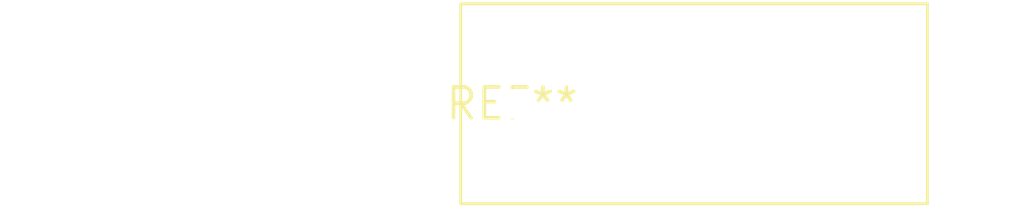
<source format=kicad_pcb>
(kicad_pcb (version 20240108) (generator pcbnew)
  (layers (0 "F.Cu" signal) (31 "B.Cu" signal) (34 "B.Paste" user) (35 "F.Paste" user) (36 "B.SilkS" user "B.Silkscreen") (37 "F.SilkS" user "F.Silkscreen") (38 "B.Mask" user) (39 "F.Mask" user) (44 "Edge.Cuts" user))
  (net 0 "")
  (footprint "C_Rect_L19.0mm_W8.0mm_P15.00mm_MKS4" (layer "F.Cu") (at 0 0)
    (property "Reference" "REF**")
    (property "Value" "C_Rect_L19.0mm_W8.0mm_P15.00mm_MKS4")
    (fp_line (start -2.12 -4.12) (end -2.12 4.12) (layer "F.SilkS") (stroke (width 0.12)))
    (fp_line (start -2.12 -4.12) (end 17.12 -4.12) (layer "F.SilkS") (stroke (width 0.12)))
    (fp_line (start -2.12 4.12) (end 17.12 4.12) (layer "F.SilkS") (stroke (width 0.12)))
    (fp_line (start 17.12 -4.12) (end 17.12 4.12) (layer "F.SilkS") (stroke (width 0.12)))
    (pad "1" thru_hole circle (at 0 0) (size 2.4 2.4) (drill 1.2) (layers *.Cu *.Mask) (remove_unused_layers))
    (pad "2" thru_hole circle (at 15 0) (size 2.4 2.4) (drill 1.2) (layers *.Cu *.Mask) (remove_unused_layers))
  )
)
</source>
